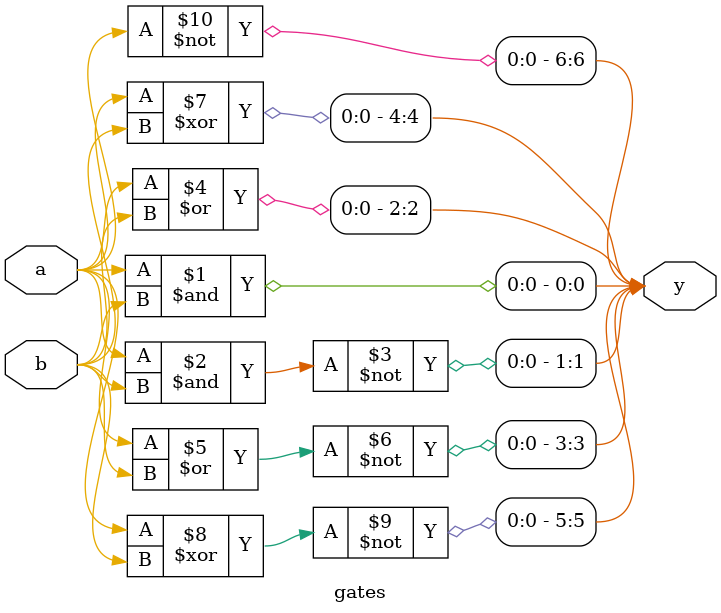
<source format=v>
`timescale 1ns / 1ps

module gates(
             input a,
             input b,
             output wire [0:6] y
            );
            
    assign y[0] = a & b;
    assign y[1] = ~(a & b);
    assign y[2] = a | b;
    assign y[3] = ~(a | b);
    assign y[4] = a ^ b;
    assign y[5] = ~(a ^ b);
    assign y[6] = ~a;
            
endmodule

</source>
